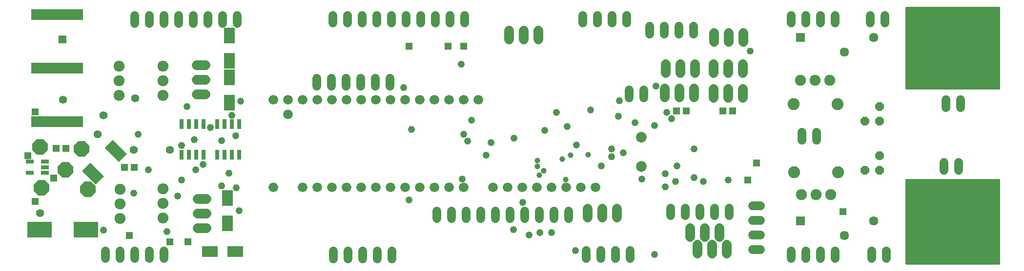
<source format=gbs>
G75*
%MOIN*%
%OFA0B0*%
%FSLAX25Y25*%
%IPPOS*%
%LPD*%
%AMOC8*
5,1,8,0,0,1.08239X$1,22.5*
%
%ADD10C,0.01600*%
%ADD11R,0.07800X0.10700*%
%ADD12R,0.10700X0.07800*%
%ADD13C,0.06800*%
%ADD14OC8,0.10800*%
%ADD15C,0.06600*%
%ADD16C,0.07550*%
%ADD17R,0.02900X0.07100*%
%ADD18C,0.07300*%
%ADD19C,0.06000*%
%ADD20R,0.16548X0.10643*%
%ADD21R,0.35800X0.07800*%
%ADD22R,0.06343X0.06343*%
%ADD23C,0.06343*%
%ADD24OC8,0.06000*%
%ADD25C,0.08200*%
%ADD26R,0.04737X0.05131*%
%ADD27R,0.07887X0.13398*%
%ADD28R,0.05524X0.03162*%
%ADD29C,0.04762*%
%ADD30R,0.04762X0.04762*%
%ADD31C,0.03900*%
%ADD32C,0.05550*%
%ADD33R,0.05550X0.05550*%
%ADD34R,0.03900X0.03900*%
D10*
X0719526Y0125902D02*
X0719526Y0182988D01*
X0782518Y0182988D01*
X0782518Y0125902D01*
X0719526Y0125902D01*
X0719526Y0127130D02*
X0782518Y0127130D01*
X0782518Y0128729D02*
X0719526Y0128729D01*
X0719526Y0130327D02*
X0782518Y0130327D01*
X0782518Y0131926D02*
X0719526Y0131926D01*
X0719526Y0133524D02*
X0782518Y0133524D01*
X0782518Y0135123D02*
X0719526Y0135123D01*
X0719526Y0136721D02*
X0782518Y0136721D01*
X0782518Y0138320D02*
X0719526Y0138320D01*
X0719526Y0139918D02*
X0782518Y0139918D01*
X0782518Y0141517D02*
X0719526Y0141517D01*
X0719526Y0143115D02*
X0782518Y0143115D01*
X0782518Y0144714D02*
X0719526Y0144714D01*
X0719526Y0146312D02*
X0782518Y0146312D01*
X0782518Y0147911D02*
X0719526Y0147911D01*
X0719526Y0149509D02*
X0782518Y0149509D01*
X0782518Y0151108D02*
X0719526Y0151108D01*
X0719526Y0152706D02*
X0782518Y0152706D01*
X0782518Y0154305D02*
X0719526Y0154305D01*
X0719526Y0155903D02*
X0782518Y0155903D01*
X0782518Y0157502D02*
X0719526Y0157502D01*
X0719526Y0159100D02*
X0782518Y0159100D01*
X0782518Y0160699D02*
X0719526Y0160699D01*
X0719526Y0162297D02*
X0782518Y0162297D01*
X0782518Y0163896D02*
X0719526Y0163896D01*
X0719526Y0165494D02*
X0782518Y0165494D01*
X0782518Y0167093D02*
X0719526Y0167093D01*
X0719526Y0168691D02*
X0782518Y0168691D01*
X0782518Y0170290D02*
X0719526Y0170290D01*
X0719526Y0171888D02*
X0782518Y0171888D01*
X0782518Y0173487D02*
X0719526Y0173487D01*
X0719526Y0175085D02*
X0782518Y0175085D01*
X0782518Y0176684D02*
X0719526Y0176684D01*
X0719526Y0178282D02*
X0782518Y0178282D01*
X0782518Y0179881D02*
X0719526Y0179881D01*
X0719526Y0181479D02*
X0782518Y0181479D01*
X0782518Y0245980D02*
X0719526Y0245980D01*
X0719526Y0301098D01*
X0782518Y0301098D01*
X0782518Y0245980D01*
X0782518Y0247018D02*
X0719526Y0247018D01*
X0719526Y0248617D02*
X0782518Y0248617D01*
X0782518Y0250215D02*
X0719526Y0250215D01*
X0719526Y0251814D02*
X0782518Y0251814D01*
X0782518Y0253412D02*
X0719526Y0253412D01*
X0719526Y0255011D02*
X0782518Y0255011D01*
X0782518Y0256610D02*
X0719526Y0256610D01*
X0719526Y0258208D02*
X0782518Y0258208D01*
X0782518Y0259807D02*
X0719526Y0259807D01*
X0719526Y0261405D02*
X0782518Y0261405D01*
X0782518Y0263004D02*
X0719526Y0263004D01*
X0719526Y0264602D02*
X0782518Y0264602D01*
X0782518Y0266201D02*
X0719526Y0266201D01*
X0719526Y0267799D02*
X0782518Y0267799D01*
X0782518Y0269398D02*
X0719526Y0269398D01*
X0719526Y0270996D02*
X0782518Y0270996D01*
X0782518Y0272595D02*
X0719526Y0272595D01*
X0719526Y0274193D02*
X0782518Y0274193D01*
X0782518Y0275792D02*
X0719526Y0275792D01*
X0719526Y0277390D02*
X0782518Y0277390D01*
X0782518Y0278989D02*
X0719526Y0278989D01*
X0719526Y0280587D02*
X0782518Y0280587D01*
X0782518Y0282186D02*
X0719526Y0282186D01*
X0719526Y0283784D02*
X0782518Y0283784D01*
X0782518Y0285383D02*
X0719526Y0285383D01*
X0719526Y0286981D02*
X0782518Y0286981D01*
X0782518Y0288580D02*
X0719526Y0288580D01*
X0719526Y0290178D02*
X0782518Y0290178D01*
X0782518Y0291777D02*
X0719526Y0291777D01*
X0719526Y0293375D02*
X0782518Y0293375D01*
X0782518Y0294974D02*
X0719526Y0294974D01*
X0719526Y0296572D02*
X0782518Y0296572D01*
X0782518Y0298171D02*
X0719526Y0298171D01*
X0719526Y0299769D02*
X0782518Y0299769D01*
D11*
X0257400Y0282013D03*
X0257400Y0264613D03*
X0257124Y0253310D03*
X0257124Y0235910D03*
X0255767Y0170720D03*
X0255767Y0153320D03*
D12*
X0261243Y0133961D03*
X0243843Y0133961D03*
D13*
X0241581Y0149988D02*
X0235581Y0149988D01*
X0235581Y0159988D02*
X0241581Y0159988D01*
X0241581Y0169988D02*
X0235581Y0169988D01*
X0234793Y0241650D02*
X0240793Y0241650D01*
X0240793Y0251650D02*
X0234793Y0251650D01*
X0234793Y0261650D02*
X0240793Y0261650D01*
X0448112Y0279382D02*
X0448112Y0285382D01*
X0458112Y0285382D02*
X0458112Y0279382D01*
X0468112Y0279382D02*
X0468112Y0285382D01*
X0555297Y0262374D02*
X0555297Y0256374D01*
X0565297Y0256374D02*
X0565297Y0262374D01*
X0575297Y0262374D02*
X0575297Y0256374D01*
X0587974Y0256453D02*
X0587974Y0262453D01*
X0597974Y0262453D02*
X0597974Y0256453D01*
X0607974Y0256453D02*
X0607974Y0262453D01*
X0608100Y0277835D02*
X0608100Y0283835D01*
X0598100Y0283835D02*
X0598100Y0277835D01*
X0588100Y0277835D02*
X0588100Y0283835D01*
X0587974Y0245366D02*
X0587974Y0239366D01*
X0574510Y0239681D02*
X0574510Y0245681D01*
X0564510Y0245681D02*
X0564510Y0239681D01*
X0554510Y0239681D02*
X0554510Y0245681D01*
X0597974Y0245366D02*
X0597974Y0239366D01*
X0607974Y0239366D02*
X0607974Y0245366D01*
X0522072Y0163490D02*
X0522072Y0157490D01*
X0512072Y0157490D02*
X0512072Y0163490D01*
X0502072Y0163490D02*
X0502072Y0157490D01*
X0571993Y0149955D02*
X0571993Y0143955D01*
X0576793Y0138744D02*
X0576793Y0132744D01*
X0586793Y0132744D02*
X0586793Y0138744D01*
X0581993Y0143955D02*
X0581993Y0149955D01*
X0591993Y0149955D02*
X0591993Y0143955D01*
X0596793Y0138744D02*
X0596793Y0132744D01*
D14*
X0160510Y0176807D03*
X0145116Y0189878D03*
X0129014Y0177516D03*
X0128069Y0205665D03*
X0156415Y0204484D03*
D15*
X0287100Y0177862D03*
X0307100Y0177862D03*
X0317100Y0177862D03*
X0327100Y0177862D03*
X0337100Y0177862D03*
X0347100Y0177862D03*
X0357100Y0177862D03*
X0367100Y0177862D03*
X0377100Y0177862D03*
X0387100Y0177862D03*
X0397100Y0177862D03*
X0407100Y0177862D03*
X0417100Y0177862D03*
X0437100Y0177862D03*
X0447100Y0177862D03*
X0457100Y0177862D03*
X0467100Y0177862D03*
X0477100Y0177862D03*
X0487100Y0177862D03*
X0497100Y0177862D03*
X0507100Y0177862D03*
X0427100Y0237862D03*
X0417100Y0237862D03*
X0407100Y0237862D03*
X0397100Y0237862D03*
X0387100Y0237862D03*
X0377100Y0237862D03*
X0367100Y0237862D03*
X0357100Y0237862D03*
X0347100Y0237862D03*
X0337100Y0237862D03*
X0327100Y0237862D03*
X0317100Y0237862D03*
X0307100Y0237862D03*
X0297100Y0237862D03*
X0287100Y0237862D03*
X0297100Y0227862D03*
D16*
X0211793Y0240941D03*
X0211793Y0250941D03*
X0211793Y0260941D03*
X0181998Y0260862D03*
X0181998Y0250862D03*
X0181998Y0240862D03*
X0182675Y0176650D03*
X0182675Y0166650D03*
X0182675Y0156650D03*
X0212085Y0157043D03*
X0212085Y0167043D03*
X0212085Y0177043D03*
X0647852Y0173146D03*
X0657852Y0173146D03*
X0667852Y0173146D03*
X0667360Y0251394D03*
X0657360Y0251394D03*
X0647360Y0251394D03*
D17*
X0263955Y0221312D03*
X0258955Y0221312D03*
X0253955Y0221312D03*
X0248955Y0221312D03*
X0239545Y0221312D03*
X0234545Y0221312D03*
X0229545Y0221312D03*
X0224545Y0221312D03*
X0224545Y0200412D03*
X0229545Y0200412D03*
X0234545Y0200412D03*
X0239545Y0200412D03*
X0248955Y0200412D03*
X0253955Y0200412D03*
X0258955Y0200412D03*
X0263955Y0200412D03*
D18*
X0538435Y0192185D03*
X0538435Y0212185D03*
D19*
X0172595Y0134433D02*
X0172595Y0129233D01*
X0182595Y0129233D02*
X0182595Y0134433D01*
X0192595Y0134433D02*
X0192595Y0129233D01*
X0202595Y0129233D02*
X0202595Y0134433D01*
X0212595Y0134433D02*
X0212595Y0129233D01*
X0328136Y0129093D02*
X0328136Y0134293D01*
X0338136Y0134293D02*
X0338136Y0129093D01*
X0348136Y0129093D02*
X0348136Y0134293D01*
X0358136Y0134293D02*
X0358136Y0129093D01*
X0368136Y0129093D02*
X0368136Y0134293D01*
X0398885Y0156566D02*
X0398885Y0161766D01*
X0408885Y0161766D02*
X0408885Y0156566D01*
X0418885Y0156566D02*
X0418885Y0161766D01*
X0428885Y0161766D02*
X0428885Y0156566D01*
X0438885Y0156566D02*
X0438885Y0161766D01*
X0448885Y0161766D02*
X0448885Y0156566D01*
X0458885Y0156566D02*
X0458885Y0161766D01*
X0468885Y0161766D02*
X0468885Y0156566D01*
X0478885Y0156566D02*
X0478885Y0161766D01*
X0488885Y0161766D02*
X0488885Y0156566D01*
X0500938Y0134607D02*
X0500938Y0129407D01*
X0510938Y0129407D02*
X0510938Y0134607D01*
X0520938Y0134607D02*
X0520938Y0129407D01*
X0530938Y0129407D02*
X0530938Y0134607D01*
X0558667Y0158538D02*
X0558667Y0163738D01*
X0568667Y0163738D02*
X0568667Y0158538D01*
X0578667Y0158538D02*
X0578667Y0163738D01*
X0588667Y0163738D02*
X0588667Y0158538D01*
X0598667Y0158538D02*
X0598667Y0163738D01*
X0614563Y0165429D02*
X0619763Y0165429D01*
X0619763Y0155429D02*
X0614563Y0155429D01*
X0614563Y0145429D02*
X0619763Y0145429D01*
X0619763Y0135429D02*
X0614563Y0135429D01*
X0640963Y0134407D02*
X0640963Y0129207D01*
X0650963Y0129207D02*
X0650963Y0134407D01*
X0660963Y0134407D02*
X0660963Y0129207D01*
X0670963Y0129207D02*
X0670963Y0134407D01*
X0696081Y0134407D02*
X0696081Y0129207D01*
X0706081Y0129207D02*
X0706081Y0134407D01*
X0745293Y0189739D02*
X0745293Y0194939D01*
X0755293Y0194939D02*
X0755293Y0189739D01*
X0756437Y0232683D02*
X0756437Y0237883D01*
X0746437Y0237883D02*
X0746437Y0232683D01*
X0658344Y0215608D02*
X0658344Y0210408D01*
X0648344Y0210408D02*
X0648344Y0215608D01*
X0540234Y0239443D02*
X0540234Y0244643D01*
X0530234Y0244643D02*
X0530234Y0239443D01*
X0544211Y0283010D02*
X0544211Y0288210D01*
X0554211Y0288210D02*
X0554211Y0283010D01*
X0564211Y0283010D02*
X0564211Y0288210D01*
X0574211Y0288210D02*
X0574211Y0283010D01*
X0528738Y0290624D02*
X0528738Y0295824D01*
X0518738Y0295824D02*
X0518738Y0290624D01*
X0508738Y0290624D02*
X0508738Y0295824D01*
X0498738Y0295824D02*
X0498738Y0290624D01*
X0418069Y0290624D02*
X0418069Y0295824D01*
X0408069Y0295824D02*
X0408069Y0290624D01*
X0398069Y0290624D02*
X0398069Y0295824D01*
X0388069Y0295824D02*
X0388069Y0290624D01*
X0378069Y0290624D02*
X0378069Y0295824D01*
X0368069Y0295824D02*
X0368069Y0290624D01*
X0358069Y0290624D02*
X0358069Y0295824D01*
X0348069Y0295824D02*
X0348069Y0290624D01*
X0338069Y0290624D02*
X0338069Y0295824D01*
X0328069Y0295824D02*
X0328069Y0290624D01*
X0262595Y0290333D02*
X0262595Y0295533D01*
X0252595Y0295533D02*
X0252595Y0290333D01*
X0242595Y0290333D02*
X0242595Y0295533D01*
X0232595Y0295533D02*
X0232595Y0290333D01*
X0222595Y0290333D02*
X0222595Y0295533D01*
X0212595Y0295533D02*
X0212595Y0290333D01*
X0202595Y0290333D02*
X0202595Y0295533D01*
X0192595Y0295533D02*
X0192595Y0290333D01*
X0317065Y0252517D02*
X0317065Y0247317D01*
X0327065Y0247317D02*
X0327065Y0252517D01*
X0337065Y0252517D02*
X0337065Y0247317D01*
X0347065Y0247317D02*
X0347065Y0252517D01*
X0357065Y0252517D02*
X0357065Y0247317D01*
X0367065Y0247317D02*
X0367065Y0252517D01*
X0640963Y0290624D02*
X0640963Y0295824D01*
X0650963Y0295824D02*
X0650963Y0290624D01*
X0660963Y0290624D02*
X0660963Y0295824D01*
X0670963Y0295824D02*
X0670963Y0290624D01*
X0695077Y0290624D02*
X0695077Y0295824D01*
X0705077Y0295824D02*
X0705077Y0290624D01*
D20*
X0159156Y0148933D03*
X0127659Y0148933D03*
D21*
X0139439Y0222988D03*
X0139439Y0259602D03*
X0139439Y0296295D03*
D22*
X0647380Y0280843D03*
X0647380Y0154858D03*
D23*
X0677380Y0144858D03*
X0697380Y0154858D03*
X0677380Y0270843D03*
X0697380Y0280843D03*
D24*
X0701396Y0233264D03*
X0701396Y0223264D03*
X0691396Y0223264D03*
X0701396Y0199799D03*
X0701396Y0189799D03*
X0691396Y0189799D03*
D25*
X0673010Y0188402D03*
X0643010Y0188402D03*
X0642518Y0235154D03*
X0672518Y0235154D03*
D26*
X0600825Y0230232D03*
X0594132Y0230232D03*
X0569329Y0230232D03*
X0562636Y0230232D03*
X0192360Y0191846D03*
X0185667Y0191846D03*
X0145608Y0204642D03*
X0138915Y0204642D03*
D27*
G36*
X0156546Y0189392D02*
X0162123Y0194969D01*
X0171596Y0185496D01*
X0166019Y0179919D01*
X0156546Y0189392D01*
G37*
G36*
X0172136Y0204982D02*
X0177713Y0210559D01*
X0187186Y0201086D01*
X0181609Y0195509D01*
X0172136Y0204982D01*
G37*
D28*
X0131163Y0195587D03*
X0131163Y0191846D03*
X0131163Y0188106D03*
X0120880Y0188106D03*
X0120880Y0195587D03*
D29*
X0191967Y0174130D03*
X0201809Y0189878D03*
X0224447Y0182988D03*
X0234289Y0189878D03*
X0239211Y0193815D03*
X0256927Y0187559D03*
X0252006Y0178933D03*
X0261848Y0177812D03*
X0264019Y0162103D03*
X0221986Y0172161D03*
X0214604Y0147555D03*
X0171297Y0148539D03*
X0224447Y0206610D03*
X0233305Y0210547D03*
X0244132Y0218974D03*
X0258896Y0227464D03*
X0264801Y0237122D03*
X0228384Y0233185D03*
X0194919Y0214484D03*
X0252006Y0210055D03*
X0261628Y0213194D03*
X0376163Y0246370D03*
X0415486Y0262457D03*
X0480726Y0229390D03*
X0487876Y0219559D03*
X0472683Y0216878D03*
X0451566Y0211516D03*
X0436041Y0208835D03*
X0419955Y0209728D03*
X0417274Y0214197D03*
X0422636Y0224028D03*
X0381526Y0217772D03*
X0432467Y0199898D03*
X0416380Y0183811D03*
X0379832Y0169512D03*
X0451234Y0148957D03*
X0461959Y0145382D03*
X0469108Y0147169D03*
X0477152Y0147169D03*
X0493644Y0134764D03*
X0547478Y0132008D03*
X0457490Y0167724D03*
X0511112Y0192748D03*
X0518262Y0199004D03*
X0518262Y0204366D03*
X0526305Y0201685D03*
X0554904Y0187386D03*
X0562947Y0192748D03*
X0574565Y0184705D03*
X0580821Y0182024D03*
X0562053Y0182024D03*
X0554904Y0178449D03*
X0538911Y0183811D03*
X0574565Y0204366D03*
X0547754Y0220453D03*
X0534348Y0222240D03*
X0523022Y0226760D03*
X0503963Y0231177D03*
X0523624Y0237433D03*
X0548648Y0247264D03*
X0555797Y0229390D03*
X0559372Y0224921D03*
X0494132Y0207047D03*
X0597801Y0182917D03*
X0612994Y0271394D03*
D30*
X0617163Y0194799D03*
X0611258Y0182988D03*
X0676219Y0161335D03*
X0417360Y0274524D03*
X0406533Y0274524D03*
X0379959Y0274524D03*
X0137341Y0184465D03*
X0119624Y0199720D03*
X0124545Y0229740D03*
X0124545Y0168224D03*
X0189014Y0145094D03*
X0216573Y0140665D03*
X0228876Y0140665D03*
D31*
X0467695Y0192233D03*
X0467695Y0196433D03*
X0472085Y0189493D03*
X0468945Y0186433D03*
X0486785Y0183313D03*
X0484745Y0197233D03*
X0490135Y0200123D03*
X0502345Y0200183D03*
D32*
X0216573Y0203657D03*
X0191967Y0203657D03*
X0167360Y0214484D03*
X0171297Y0227280D03*
X0192951Y0239091D03*
X0143738Y0238106D03*
X0127990Y0160350D03*
D33*
X0143246Y0279445D03*
D34*
X0750394Y0279889D03*
X0750394Y0282389D03*
X0752894Y0282389D03*
X0752894Y0279889D03*
X0752894Y0277389D03*
X0750394Y0277389D03*
X0750394Y0274889D03*
X0750394Y0272389D03*
X0750394Y0269889D03*
X0750394Y0267389D03*
X0750394Y0264889D03*
X0752894Y0264889D03*
X0752894Y0267389D03*
X0752894Y0269889D03*
X0752894Y0272389D03*
X0752894Y0274889D03*
X0751789Y0163165D03*
X0751730Y0160665D03*
X0751730Y0158165D03*
X0751730Y0155665D03*
X0751730Y0153165D03*
X0751730Y0150665D03*
X0751730Y0148165D03*
X0751730Y0145665D03*
X0749230Y0145665D03*
X0749230Y0148165D03*
X0749230Y0150665D03*
X0749230Y0153165D03*
X0749230Y0155665D03*
X0749230Y0158165D03*
X0749230Y0160665D03*
X0749230Y0163165D03*
M02*

</source>
